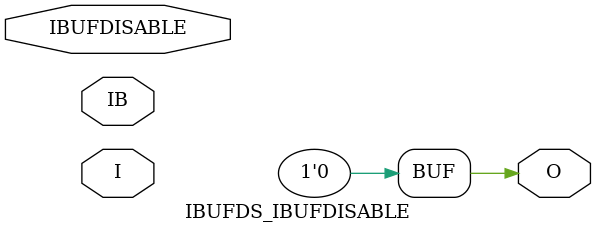
<source format=v>
module IBUFDS_IBUFDISABLE(	// file.cleaned.mlir:2:3
  input  I,	// file.cleaned.mlir:2:36
         IB,	// file.cleaned.mlir:2:48
         IBUFDISABLE,	// file.cleaned.mlir:2:61
  output O	// file.cleaned.mlir:2:84
);

  assign O = 1'h0;	// file.cleaned.mlir:3:14, :4:5
endmodule


</source>
